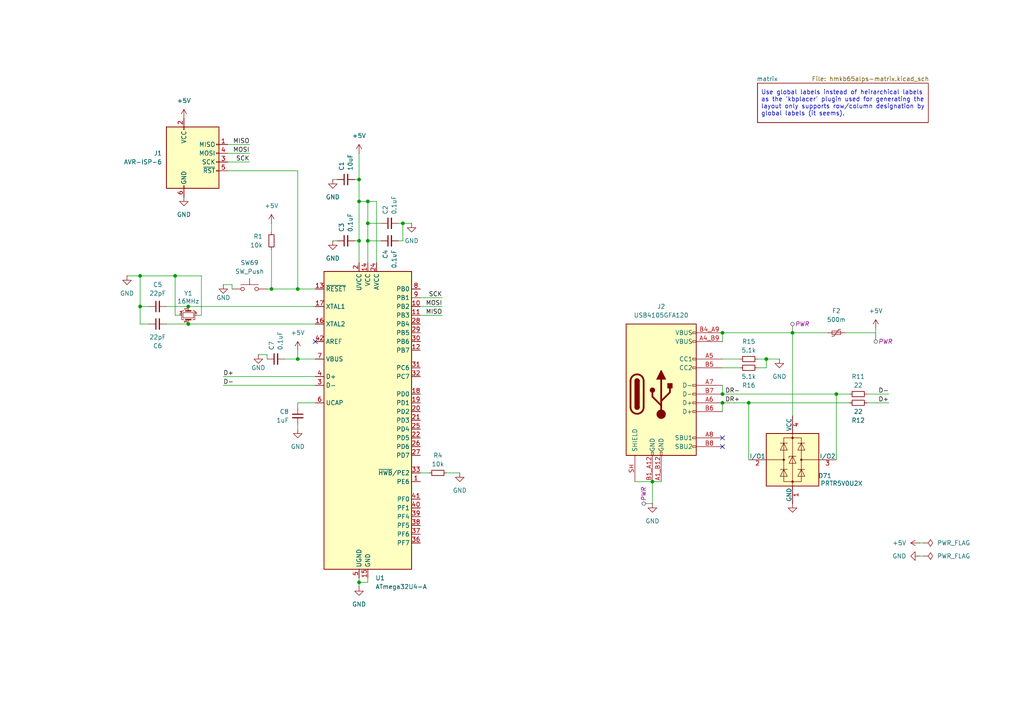
<source format=kicad_sch>
(kicad_sch (version 20231120) (generator "eeschema") (generator_version "8.0")
  (paper "A4")
  (lib_symbols
    (symbol "Connector:AVR-ISP-6" (pin_names (offset 1.016))
      (property "Reference" "J" (at -6.35 11.43 0))
      (property "Value" "AVR-ISP-6" (at 0 11.43 0))
      (symbol "AVR-ISP-6_0_1"
        (rectangle (start -2.667 -6.858) (end -2.413 -7.62))
        (rectangle (start -2.667 10.16) (end -2.413 9.398))
        (rectangle (start 7.62 -2.413) (end 6.858 -2.667))
        (rectangle (start 7.62 0.127) (end 6.858 -0.127))
        (rectangle (start 7.62 2.667) (end 6.858 2.413))
        (rectangle (start 7.62 5.207) (end 6.858 4.953))
        (rectangle (start 7.62 10.16) (end -7.62 -7.62) (stroke (width 0.254)) (fill (type background)))
      )
      (symbol "AVR-ISP-6_1_1"
        (pin passive line (at 10.16 5.08 180) (length 2.54) (name "MISO") (number "1"))
        (pin passive line (at -2.54 12.7 270) (length 2.54) (name "VCC") (number "2"))
        (pin passive line (at 10.16 0 180) (length 2.54) (name "SCK") (number "3"))
        (pin passive line (at 10.16 2.54 180) (length 2.54) (name "MOSI") (number "4"))
        (pin passive line (at 10.16 -2.54 180) (length 2.54) (name "~{RST}") (number "5"))
        (pin passive line (at -2.54 -10.16 90) (length 2.54) (name "GND") (number "6"))
      )
    )
    (symbol "Device:C_Small" (pin_numbers hide) (pin_names (offset 0.254) hide)
      (property "Reference" "C" (at 0.254 1.778 0))
      (property "Value" "C_Small" (at 0.254 -2.032 0))
      (symbol "C_Small_0_1"
        (polyline (pts (xy -1.524 -0.508) (xy 1.524 -0.508)) (stroke (width 0.3302)))
        (polyline (pts (xy -1.524 0.508) (xy 1.524 0.508)) (stroke (width 0.3048)))
      )
      (symbol "C_Small_1_1"
        (pin passive line (at 0 2.54 270) (length 2.032) (name "~") (number "1"))
        (pin passive line (at 0 -2.54 90) (length 2.032) (name "~") (number "2"))
      )
    )
    (symbol "Device:Crystal_GND24_Small" (pin_names (offset 1.016) hide)
      (property "Reference" "Y" (at 1.27 4.445 0))
      (property "Value" "Crystal_GND24_Small" (at 1.27 2.54 0))
      (symbol "Crystal_GND24_Small_0_1"
        (rectangle (start -0.762 -1.524) (end 0.762 1.524))
        (polyline (pts (xy -1.27 -0.762) (xy -1.27 0.762)) (stroke (width 0.381)))
        (polyline (pts (xy 1.27 -0.762) (xy 1.27 0.762)) (stroke (width 0.381)))
        (polyline (pts (xy -1.27 -1.27) (xy -1.27 -1.905) (xy 1.27 -1.905) (xy 1.27 -1.27)))
        (polyline (pts (xy -1.27 1.27) (xy -1.27 1.905) (xy 1.27 1.905) (xy 1.27 1.27)))
      )
      (symbol "Crystal_GND24_Small_1_1"
        (pin passive line (at -2.54 0 0) (length 1.27) (name "1") (number "1"))
        (pin passive line (at 0 -2.54 90) (length 0.635) (name "2") (number "2"))
        (pin passive line (at 2.54 0 180) (length 1.27) (name "3") (number "3"))
        (pin passive line (at 0 2.54 270) (length 0.635) (name "4") (number "4"))
      )
    )
    (symbol "Device:Polyfuse_Small" (pin_numbers hide) (pin_names (offset 0))
      (property "Reference" "F" (at -1.905 0 90))
      (property "Value" "Polyfuse_Small" (at 1.905 0 90))
      (symbol "Polyfuse_Small_0_1"
        (rectangle (start -0.508 1.27) (end 0.508 -1.27))
        (polyline (pts (xy 0 2.54) (xy 0 -2.54)))
        (polyline (pts (xy -1.016 1.27) (xy -1.016 0.762) (xy 1.016 -0.762) (xy 1.016 -1.27)))
      )
      (symbol "Polyfuse_Small_1_1"
        (pin passive line (at 0 2.54 270) (length 0.635) (name "~") (number "1"))
        (pin passive line (at 0 -2.54 90) (length 0.635) (name "~") (number "2"))
      )
    )
    (symbol "Device:R_Small" (pin_numbers hide) (pin_names (offset 0.254) hide)
      (property "Reference" "R" (at 0.762 0.508 0))
      (property "Value" "R_Small" (at 0.762 -1.016 0))
      (symbol "R_Small_0_1"
        (rectangle (start -0.762 1.778) (end 0.762 -1.778) (stroke (width 0.2032)))
      )
      (symbol "R_Small_1_1"
        (pin passive line (at 0 2.54 270) (length 0.762) (name "~") (number "1"))
        (pin passive line (at 0 -2.54 90) (length 0.762) (name "~") (number "2"))
      )
    )
    (symbol "MCU_Microchip_ATmega:ATmega32U4-A"
      (property "Reference" "U" (at -12.7 44.45 0))
      (property "Value" "ATmega32U4-A" (at 2.54 -44.45 0))
      (symbol "ATmega32U4-A_0_1"
        (rectangle (start -12.7 -43.18) (end 12.7 43.18) (stroke (width 0.254)) (fill (type background)))
      )
      (symbol "ATmega32U4-A_1_1"
        (pin bidirectional line (at 15.24 -17.78 180) (length 2.54) (name "PE6") (number "1"))
        (pin bidirectional line (at 15.24 33.02 180) (length 2.54) (name "PB2") (number "10"))
        (pin bidirectional line (at 15.24 30.48 180) (length 2.54) (name "PB3") (number "11"))
        (pin bidirectional line (at 15.24 20.32 180) (length 2.54) (name "PB7") (number "12"))
        (pin input line (at -15.24 38.1 0) (length 2.54) (name "~{RESET}") (number "13"))
        (pin power_in line (at 0 45.72 270) (length 2.54) (name "VCC") (number "14"))
        (pin power_in line (at 0 -45.72 90) (length 2.54) (name "GND") (number "15"))
        (pin output line (at -15.24 27.94 0) (length 2.54) (name "XTAL2") (number "16"))
        (pin input line (at -15.24 33.02 0) (length 2.54) (name "XTAL1") (number "17"))
        (pin bidirectional line (at 15.24 7.62 180) (length 2.54) (name "PD0") (number "18"))
        (pin bidirectional line (at 15.24 5.08 180) (length 2.54) (name "PD1") (number "19"))
        (pin power_in line (at -2.54 45.72 270) (length 2.54) (name "UVCC") (number "2"))
        (pin bidirectional line (at 15.24 2.54 180) (length 2.54) (name "PD2") (number "20"))
        (pin bidirectional line (at 15.24 0 180) (length 2.54) (name "PD3") (number "21"))
        (pin bidirectional line (at 15.24 -5.08 180) (length 2.54) (name "PD5") (number "22"))
        (pin passive line (at 0 -45.72 90) (length 2.54) hide (name "GND") (number "23"))
        (pin power_in line (at 2.54 45.72 270) (length 2.54) (name "AVCC") (number "24"))
        (pin bidirectional line (at 15.24 -2.54 180) (length 2.54) (name "PD4") (number "25"))
        (pin bidirectional line (at 15.24 -7.62 180) (length 2.54) (name "PD6") (number "26"))
        (pin bidirectional line (at 15.24 -10.16 180) (length 2.54) (name "PD7") (number "27"))
        (pin bidirectional line (at 15.24 27.94 180) (length 2.54) (name "PB4") (number "28"))
        (pin bidirectional line (at 15.24 25.4 180) (length 2.54) (name "PB5") (number "29"))
        (pin bidirectional line (at -15.24 10.16 0) (length 2.54) (name "D-") (number "3"))
        (pin bidirectional line (at 15.24 22.86 180) (length 2.54) (name "PB6") (number "30"))
        (pin bidirectional line (at 15.24 15.24 180) (length 2.54) (name "PC6") (number "31"))
        (pin bidirectional line (at 15.24 12.7 180) (length 2.54) (name "PC7") (number "32"))
        (pin bidirectional line (at 15.24 -15.24 180) (length 2.54) (name "~{HWB}/PE2") (number "33"))
        (pin passive line (at 0 45.72 270) (length 2.54) hide (name "VCC") (number "34"))
        (pin passive line (at 0 -45.72 90) (length 2.54) hide (name "GND") (number "35"))
        (pin bidirectional line (at 15.24 -35.56 180) (length 2.54) (name "PF7") (number "36"))
        (pin bidirectional line (at 15.24 -33.02 180) (length 2.54) (name "PF6") (number "37"))
        (pin bidirectional line (at 15.24 -30.48 180) (length 2.54) (name "PF5") (number "38"))
        (pin bidirectional line (at 15.24 -27.94 180) (length 2.54) (name "PF4") (number "39"))
        (pin bidirectional line (at -15.24 12.7 0) (length 2.54) (name "D+") (number "4"))
        (pin bidirectional line (at 15.24 -25.4 180) (length 2.54) (name "PF1") (number "40"))
        (pin bidirectional line (at 15.24 -22.86 180) (length 2.54) (name "PF0") (number "41"))
        (pin passive line (at -15.24 22.86 0) (length 2.54) (name "AREF") (number "42"))
        (pin passive line (at 0 -45.72 90) (length 2.54) hide (name "GND") (number "43"))
        (pin passive line (at 2.54 45.72 270) (length 2.54) hide (name "AVCC") (number "44"))
        (pin passive line (at -2.54 -45.72 90) (length 2.54) (name "UGND") (number "5"))
        (pin passive line (at -15.24 5.08 0) (length 2.54) (name "UCAP") (number "6"))
        (pin input line (at -15.24 17.78 0) (length 2.54) (name "VBUS") (number "7"))
        (pin bidirectional line (at 15.24 38.1 180) (length 2.54) (name "PB0") (number "8"))
        (pin bidirectional line (at 15.24 35.56 180) (length 2.54) (name "PB1") (number "9"))
      )
    )
    (symbol "Power_Protection:PRTR5V0U2X" (pin_names (offset 0))
      (property "Reference" "D" (at 2.794 8.636 0))
      (property "Value" "PRTR5V0U2X" (at 8.128 -9.398 0))
      (symbol "PRTR5V0U2X_0_1"
        (rectangle (start -7.62 -7.62) (end 7.62 7.62) (stroke (width 0.254)) (fill (type background)))
        (circle (center -2.54 0) (radius 0.254) (fill (type outline)))
        (rectangle (start -2.54 6.35) (end 2.54 -6.35))
        (circle (center 0 -6.35) (radius 0.254) (fill (type outline)))
        (polyline (pts (xy -2.54 0) (xy -7.62 0)))
        (polyline (pts (xy -1.524 -2.794) (xy -3.556 -2.794)))
        (polyline (pts (xy -1.524 4.826) (xy -3.556 4.826)))
        (polyline (pts (xy 0 -7.62) (xy 0 7.62)))
        (polyline (pts (xy 1.524 -2.794) (xy 3.556 -2.794)))
        (polyline (pts (xy 1.524 4.826) (xy 3.556 4.826)))
        (polyline (pts (xy 2.54 0) (xy 7.62 0)))
        (polyline (pts (xy 1.016 1.016) (xy -1.016 1.016) (xy -1.016 0.508)))
        (polyline (pts (xy -3.556 -4.826) (xy -1.524 -4.826) (xy -2.54 -2.794) (xy -3.556 -4.826)))
        (polyline (pts (xy -3.556 2.794) (xy -1.524 2.794) (xy -2.54 4.826) (xy -3.556 2.794)))
        (polyline (pts (xy -1.016 -1.016) (xy 1.016 -1.016) (xy 0 1.016) (xy -1.016 -1.016)))
        (polyline (pts (xy 3.556 -4.826) (xy 1.524 -4.826) (xy 2.54 -2.794) (xy 3.556 -4.826)))
        (polyline (pts (xy 3.556 2.794) (xy 1.524 2.794) (xy 2.54 4.826) (xy 3.556 2.794)))
        (circle (center 0 6.35) (radius 0.254) (fill (type outline)))
        (circle (center 2.54 0) (radius 0.254) (fill (type outline)))
      )
      (symbol "PRTR5V0U2X_1_1"
        (pin passive line (at 0 -12.7 90) (length 5.08) (name "GND") (number "1"))
        (pin passive line (at -12.7 0 0) (length 5.08) (name "I/O1") (number "2"))
        (pin passive line (at 12.7 0 180) (length 5.08) (name "I/O2") (number "3"))
        (pin passive line (at 0 12.7 270) (length 5.08) (name "VCC") (number "4"))
      )
    )
    (symbol "Switch:SW_Push" (pin_numbers hide) (pin_names (offset 1.016) hide)
      (property "Reference" "SW" (at 1.27 2.54 0))
      (property "Value" "SW_Push" (at 0 -1.524 0))
      (symbol "SW_Push_0_1"
        (circle (center -2.032 0) (radius 0.508))
        (polyline (pts (xy 0 1.27) (xy 0 3.048)))
        (polyline (pts (xy 2.54 1.27) (xy -2.54 1.27)))
        (circle (center 2.032 0) (radius 0.508))
        (pin passive line (at -5.08 0 0) (length 2.54) (name "1") (number "1"))
        (pin passive line (at 5.08 0 180) (length 2.54) (name "2") (number "2"))
      )
    )
    (symbol "kbd_custom:USB_C_Receptacle_USB2.0_16P" (pin_names (offset 1.016))
      (property "Reference" "J" (at 0 24.638 0))
      (property "Value" "USB4105GFA120" (at 0 22.098 0))
      (symbol "USB_C_Receptacle_USB2.0_16P_0_0"
        (rectangle (start -2.286 -17.78) (end -2.794 -16.764))
        (rectangle (start 0.254 -17.78) (end -0.254 -16.764))
        (rectangle (start 10.16 -14.986) (end 9.144 -15.494))
        (rectangle (start 10.16 -12.446) (end 9.144 -12.954))
        (rectangle (start 10.16 -4.826) (end 9.144 -5.334))
        (rectangle (start 10.16 -2.286) (end 9.144 -2.794))
        (rectangle (start 10.16 0.254) (end 9.144 -0.254))
        (rectangle (start 10.16 2.794) (end 9.144 2.286))
        (rectangle (start 10.16 7.874) (end 9.144 7.366))
        (rectangle (start 10.16 10.414) (end 9.144 9.906))
        (rectangle (start 10.16 15.494) (end 9.144 14.986))
        (rectangle (start 10.16 18.034) (end 9.144 17.526))
      )
      (symbol "USB_C_Receptacle_USB2.0_16P_0_1"
        (rectangle (start -10.16 20.32) (end 10.16 -17.78) (stroke (width 0.254)) (fill (type background)))
        (arc (start -8.89 -3.81) (mid -6.985 -5.7067) (end -5.08 -3.81) (stroke (width 0.508)))
        (arc (start -7.62 -3.81) (mid -6.985 -4.4423) (end -6.35 -3.81) (stroke (width 0.254)))
        (arc (start -7.62 -3.81) (mid -6.985 -4.4423) (end -6.35 -3.81) (stroke (width 0.254)) (fill (type outline)))
        (rectangle (start -7.62 -3.81) (end -6.35 3.81) (stroke (width 0.254)) (fill (type outline)))
        (arc (start -6.35 3.81) (mid -6.985 4.4423) (end -7.62 3.81) (stroke (width 0.254)))
        (arc (start -6.35 3.81) (mid -6.985 4.4423) (end -7.62 3.81) (stroke (width 0.254)) (fill (type outline)))
        (arc (start -5.08 3.81) (mid -6.985 5.7067) (end -8.89 3.81) (stroke (width 0.508)))
        (circle (center -2.54 1.143) (radius 0.635) (stroke (width 0.254)) (fill (type outline)))
        (circle (center 0 -5.842) (radius 1.27) (fill (type outline)))
        (polyline (pts (xy -8.89 -3.81) (xy -8.89 3.81)) (stroke (width 0.508)))
        (polyline (pts (xy -5.08 3.81) (xy -5.08 -3.81)) (stroke (width 0.508)))
        (polyline (pts (xy 0 -5.842) (xy 0 4.318)) (stroke (width 0.508)))
        (polyline (pts (xy 0 -3.302) (xy -2.54 -0.762) (xy -2.54 0.508)) (stroke (width 0.508)))
        (polyline (pts (xy 0 -2.032) (xy 2.54 0.508) (xy 2.54 1.778)) (stroke (width 0.508)))
        (polyline (pts (xy -1.27 4.318) (xy 0 6.858) (xy 1.27 4.318) (xy -1.27 4.318)) (stroke (width 0.254)) (fill (type outline)))
        (rectangle (start 1.905 1.778) (end 3.175 3.048) (stroke (width 0.254)) (fill (type outline)))
      )
      (symbol "USB_C_Receptacle_USB2.0_16P_1_1"
        (pin passive line (at 0 -25.4 90) (length 7.62) (name "GND") (number "A1_B12"))
        (pin passive line (at 17.78 15.24 180) (length 7.62) (name "VBUS") (number "A4_B9"))
        (pin bidirectional line (at 17.78 10.16 180) (length 7.62) (name "CC1") (number "A5"))
        (pin bidirectional line (at 17.78 -2.54 180) (length 7.62) (name "D+") (number "A6"))
        (pin bidirectional line (at 17.78 2.54 180) (length 7.62) (name "D-") (number "A7"))
        (pin bidirectional line (at 17.78 -12.7 180) (length 7.62) (name "SBU1") (number "A8"))
        (pin passive line (at -2.54 -25.4 90) (length 7.62) (name "GND") (number "B1_A12"))
        (pin passive line (at 17.78 17.78 180) (length 7.62) (name "VBUS") (number "B4_A9"))
        (pin bidirectional line (at 17.78 7.62 180) (length 7.62) (name "CC2") (number "B5"))
        (pin bidirectional line (at 17.78 -5.08 180) (length 7.62) (name "D+") (number "B6"))
        (pin bidirectional line (at 17.78 0 180) (length 7.62) (name "D-") (number "B7"))
        (pin bidirectional line (at 17.78 -15.24 180) (length 7.62) (name "SBU2") (number "B8"))
        (pin passive line (at -7.62 -25.4 90) (length 7.62) (name "SHIELD") (number "SH"))
      )
    )
    (symbol "power:+5V" (power) (pin_numbers hide) (pin_names (offset 0) hide)
      (property "Value" "+5V" (at 0 3.556 0))
      (symbol "+5V_0_1"
        (polyline (pts (xy -0.762 1.27) (xy 0 2.54)))
        (polyline (pts (xy 0 0) (xy 0 2.54)))
        (polyline (pts (xy 0 2.54) (xy 0.762 1.27)))
      )
      (symbol "+5V_1_1"
        (pin power_in line (at 0 0 90) (length 0) (name "~") (number "1"))
      )
    )
    (symbol "power:GND" (power) (pin_numbers hide) (pin_names (offset 0) hide)
      (property "Value" "GND" (at 0 -3.81 0))
      (symbol "GND_0_1"
        (polyline (pts (xy 0 0) (xy 0 -1.27) (xy 1.27 -1.27) (xy 0 -2.54) (xy -1.27 -1.27) (xy 0 -1.27)))
      )
      (symbol "GND_1_1"
        (pin power_in line (at 0 0 270) (length 0) (name "~") (number "1"))
      )
    )
    (symbol "power:PWR_FLAG" (power) (pin_numbers hide) (pin_names (offset 0) hide)
      (property "Value" "PWR_FLAG" (at 0 3.81 0))
      (symbol "PWR_FLAG_0_0"
        (pin power_out line (at 0 0 90) (length 0) (name "~") (number "1"))
      )
      (symbol "PWR_FLAG_0_1"
        (polyline (pts (xy 0 0) (xy 0 1.27) (xy -1.016 1.905) (xy 0 2.54) (xy 1.016 1.905) (xy 0 1.27)))
      )
    )
  )
  (junction (at 217.17 116.84))
  (junction (at 54.61 93.98))
  (junction (at 104.14 58.42))
  (junction (at 40.64 80.01))
  (junction (at 104.14 69.85))
  (junction (at 189.23 139.7))
  (junction (at 242.57 114.3))
  (junction (at 106.68 64.77))
  (junction (at 86.36 104.14))
  (junction (at 209.55 116.84))
  (junction (at 229.87 96.52))
  (junction (at 78.74 83.82))
  (junction (at 209.55 96.52))
  (junction (at 86.36 83.82))
  (junction (at 54.61 88.9))
  (junction (at 209.55 114.3))
  (junction (at 50.8 80.01))
  (junction (at 104.14 52.07))
  (junction (at 116.84 64.77))
  (junction (at 40.64 88.9))
  (junction (at 222.25 104.14))
  (junction (at 104.14 168.91))
  (junction (at 106.68 69.85))
  (junction (at 106.68 58.42))
  (no_connect (at 209.55 127))
  (no_connect (at 209.55 129.54))
  (no_connect (at 91.44 99.06))
  (wire (pts (xy 86.36 116.84) (xy 86.36 118.11)))
  (wire (pts (xy 209.55 116.84) (xy 217.17 116.84)))
  (wire (pts (xy 106.68 64.77) (xy 106.68 69.85)))
  (wire (pts (xy 209.55 114.3) (xy 242.57 114.3)))
  (wire (pts (xy 86.36 123.19) (xy 86.36 124.46)))
  (wire (pts (xy 184.15 139.7) (xy 189.23 139.7)))
  (wire (pts (xy 209.55 104.14) (xy 214.63 104.14)))
  (wire (pts (xy 74.93 102.87) (xy 77.47 102.87)))
  (wire (pts (xy 217.17 116.84) (xy 217.17 133.35)))
  (wire (pts (xy 217.17 116.84) (xy 246.38 116.84)))
  (wire (pts (xy 72.39 44.45) (xy 66.04 44.45)))
  (wire (pts (xy 116.84 64.77) (xy 116.84 69.85)))
  (wire (pts (xy 104.14 52.07) (xy 104.14 58.42)))
  (wire (pts (xy 229.87 96.52) (xy 240.03 96.52)))
  (wire (pts (xy 209.55 106.68) (xy 214.63 106.68)))
  (wire (pts (xy 104.14 69.85) (xy 104.14 76.2)))
  (wire (pts (xy 43.18 88.9) (xy 40.64 88.9)))
  (wire (pts (xy 40.64 93.98) (xy 40.64 88.9)))
  (wire (pts (xy 78.74 83.82) (xy 86.36 83.82)))
  (wire (pts (xy 64.77 111.76) (xy 91.44 111.76)))
  (wire (pts (xy 52.07 91.44) (xy 50.8 91.44)))
  (wire (pts (xy 106.68 58.42) (xy 104.14 58.42)))
  (wire (pts (xy 106.68 69.85) (xy 110.49 69.85)))
  (wire (pts (xy 222.25 106.68) (xy 219.71 106.68)))
  (wire (pts (xy 104.14 58.42) (xy 104.14 69.85)))
  (wire (pts (xy 78.74 83.82) (xy 77.47 83.82)))
  (wire (pts (xy 189.23 139.7) (xy 191.77 139.7)))
  (wire (pts (xy 40.64 88.9) (xy 40.64 80.01)))
  (wire (pts (xy 96.52 69.85) (xy 97.79 69.85)))
  (wire (pts (xy 266.7 157.48) (xy 267.97 157.48)))
  (wire (pts (xy 96.52 52.07) (xy 97.79 52.07)))
  (wire (pts (xy 128.27 88.9) (xy 121.92 88.9)))
  (wire (pts (xy 106.68 64.77) (xy 110.49 64.77)))
  (wire (pts (xy 129.54 137.16) (xy 133.35 137.16)))
  (wire (pts (xy 78.74 72.39) (xy 78.74 83.82)))
  (wire (pts (xy 72.39 46.99) (xy 66.04 46.99)))
  (wire (pts (xy 128.27 91.44) (xy 121.92 91.44)))
  (wire (pts (xy 106.68 168.91) (xy 104.14 168.91)))
  (wire (pts (xy 115.57 64.77) (xy 116.84 64.77)))
  (wire (pts (xy 106.68 58.42) (xy 106.68 64.77)))
  (wire (pts (xy 86.36 83.82) (xy 91.44 83.82)))
  (wire (pts (xy 50.8 80.01) (xy 58.42 80.01)))
  (wire (pts (xy 245.11 96.52) (xy 254 96.52)))
  (wire (pts (xy 222.25 104.14) (xy 222.25 106.68)))
  (wire (pts (xy 219.71 104.14) (xy 222.25 104.14)))
  (wire (pts (xy 82.55 104.14) (xy 86.36 104.14)))
  (wire (pts (xy 115.57 69.85) (xy 116.84 69.85)))
  (wire (pts (xy 54.61 93.98) (xy 91.44 93.98)))
  (wire (pts (xy 50.8 80.01) (xy 50.8 91.44)))
  (wire (pts (xy 106.68 167.64) (xy 106.68 168.91)))
  (wire (pts (xy 251.46 116.84) (xy 257.81 116.84)))
  (wire (pts (xy 209.55 116.84) (xy 209.55 119.38)))
  (wire (pts (xy 43.18 93.98) (xy 40.64 93.98)))
  (wire (pts (xy 128.27 86.36) (xy 121.92 86.36)))
  (wire (pts (xy 251.46 114.3) (xy 257.81 114.3)))
  (wire (pts (xy 222.25 104.14) (xy 226.06 104.14)))
  (wire (pts (xy 121.92 137.16) (xy 124.46 137.16)))
  (wire (pts (xy 242.57 114.3) (xy 242.57 133.35)))
  (wire (pts (xy 229.87 96.52) (xy 229.87 120.65)))
  (wire (pts (xy 189.23 139.7) (xy 189.23 146.05)))
  (wire (pts (xy 77.47 102.87) (xy 77.47 104.14)))
  (wire (pts (xy 266.7 161.29) (xy 267.97 161.29)))
  (wire (pts (xy 91.44 104.14) (xy 86.36 104.14)))
  (wire (pts (xy 106.68 69.85) (xy 106.68 76.2)))
  (wire (pts (xy 64.77 82.55) (xy 67.31 82.55)))
  (wire (pts (xy 67.31 82.55) (xy 67.31 83.82)))
  (wire (pts (xy 102.87 69.85) (xy 104.14 69.85)))
  (wire (pts (xy 104.14 168.91) (xy 104.14 167.64)))
  (wire (pts (xy 72.39 41.91) (xy 66.04 41.91)))
  (wire (pts (xy 66.04 49.53) (xy 86.36 49.53)))
  (wire (pts (xy 102.87 52.07) (xy 104.14 52.07)))
  (wire (pts (xy 78.74 64.77) (xy 78.74 67.31)))
  (wire (pts (xy 58.42 91.44) (xy 58.42 80.01)))
  (wire (pts (xy 242.57 114.3) (xy 246.38 114.3)))
  (wire (pts (xy 91.44 116.84) (xy 86.36 116.84)))
  (wire (pts (xy 48.26 88.9) (xy 54.61 88.9)))
  (wire (pts (xy 40.64 80.01) (xy 50.8 80.01)))
  (wire (pts (xy 209.55 96.52) (xy 209.55 99.06)))
  (wire (pts (xy 254 96.52) (xy 254 95.25)))
  (wire (pts (xy 54.61 88.9) (xy 91.44 88.9)))
  (wire (pts (xy 86.36 49.53) (xy 86.36 83.82)))
  (wire (pts (xy 86.36 101.6) (xy 86.36 104.14)))
  (wire (pts (xy 36.83 80.01) (xy 40.64 80.01)))
  (wire (pts (xy 48.26 93.98) (xy 54.61 93.98)))
  (wire (pts (xy 104.14 168.91) (xy 104.14 170.18)))
  (wire (pts (xy 209.55 111.76) (xy 209.55 114.3)))
  (wire (pts (xy 58.42 91.44) (xy 57.15 91.44)))
  (wire (pts (xy 104.14 44.45) (xy 104.14 52.07)))
  (wire (pts (xy 116.84 64.77) (xy 119.38 64.77)))
  (wire (pts (xy 109.22 76.2) (xy 109.22 58.42)))
  (wire (pts (xy 109.22 58.42) (xy 106.68 58.42)))
  (wire (pts (xy 64.77 109.22) (xy 91.44 109.22)))
  (wire (pts (xy 209.55 96.52) (xy 229.87 96.52)))
  (text "Use global labels instead of heirarchical labels\nas the 'kbplacer' plugin used for generating the \nlayout only supports row/column designation by \nglobal labels (it seems)." (at 220.726 26.162 0) (effects (font (size 1.27 1.27)) (justify left top)))
  (label "DR+" (at 214.63 116.84 180))
  (label "D+" (at 257.81 116.84 180))
  (label "SCK" (at 128.27 86.36 180))
  (label "D-" (at 64.77 111.76 0))
  (label "D+" (at 64.77 109.22 0))
  (label "MOSI" (at 72.39 44.45 180))
  (label "D-" (at 257.81 114.3 180))
  (label "MISO" (at 128.27 91.44 180))
  (label "SCK" (at 72.39 46.99 180))
  (label "MOSI" (at 128.27 88.9 180))
  (label "MISO" (at 72.39 41.91 180))
  (label "DR-" (at 214.63 114.3 180))
  (netclass_flag "" (length 2.54) (shape round) (at 229.87 96.52 0) (property "Netclass" "PWR" (at 230.5685 93.98 0) (effects (font (italic yes)) (justify left))))
  (netclass_flag "" (length 2.54) (shape round) (at 189.23 146.05 90) (property "Netclass" "PWR" (at 186.69 145.3515 90) (effects (font (italic yes)) (justify left))))
  (netclass_flag "" (length 2.54) (shape round) (at 254 96.52 180) (property "Netclass" "PWR" (at 254.6985 99.06 0) (effects (font (italic yes)) (justify left))))
  (symbol (lib_id "power:GND") (at 96.52 69.85 0) (unit 1)
    (property "Reference" "#PWR07" (effects (hide yes)))
    (property "Value" "GND" (at 96.52 74.93 0))
    (property "Description" "Power symbol creates a global label with name \"GND\" , ground" (effects (hide yes)))
  )
  (symbol (lib_id "power:PWR_FLAG") (at 267.97 157.48 270) (unit 1)
    (property "Reference" "#FLG01" (effects (hide yes)))
    (property "Value" "PWR_FLAG" (at 271.78 157.4799 90) (effects (justify left)))
    (property "Description" "Special symbol for telling ERC where power comes from" (effects (hide yes)))
  )
  (symbol (lib_id "power:GND") (at 226.06 104.14 0) (unit 1)
    (property "Reference" "#PWR022" (effects (hide yes)))
    (property "Value" "GND" (at 226.06 109.22 0))
    (property "Description" "Power symbol creates a global label with name \"GND\" , ground" (effects (hide yes)))
  )
  (symbol (lib_id "Device:Polyfuse_Small") (at 242.57 96.52 90) (unit 1)
    (property "Reference" "F2" (at 242.57 90.17 90))
    (property "Value" "500m" (at 242.57 92.71 90))
    (property "Footprint" "Fuse:Fuse_1206_3216Metric_Pad1.42x1.75mm_HandSolder" (effects (hide yes)))
    (property "Description" "Resettable fuse, polymeric positive temperature coefficient, small symbol" (effects (hide yes)))
  )
  (symbol (lib_id "power:GND") (at 96.52 52.07 0) (unit 1)
    (property "Reference" "#PWR03" (effects (hide yes)))
    (property "Value" "GND" (at 96.52 57.15 0))
    (property "Description" "Power symbol creates a global label with name \"GND\" , ground" (effects (hide yes)))
  )
  (symbol (lib_id "power:+5V") (at 104.14 44.45 0) (unit 1)
    (property "Reference" "#PWR02" (effects (hide yes)))
    (property "Value" "+5V" (at 104.14 39.37 0))
    (property "Description" "Power symbol creates a global label with name \"+5V\"" (effects (hide yes)))
  )
  (symbol (lib_id "Device:R_Small") (at 217.17 106.68 270) (unit 1)
    (property "Reference" "R16" (at 217.17 111.76 90))
    (property "Value" "5.1k" (at 217.17 109.22 90))
    (property "Footprint" "Resistor_SMD:R_0805_2012Metric_Pad1.20x1.40mm_HandSolder" (effects (hide yes)))
    (property "Description" "Resistor, small symbol" (effects (hide yes)))
  )
  (symbol (lib_id "power:+5V") (at 254 95.25 0) (unit 1)
    (property "Reference" "#PWR020" (effects (hide yes)))
    (property "Value" "+5V" (at 254 90.17 0))
    (property "Description" "Power symbol creates a global label with name \"+5V\"" (effects (hide yes)))
  )
  (symbol (lib_id "Device:C_Small") (at 100.33 69.85 90) (mirror x) (unit 1)
    (property "Reference" "C3" (at 99.0662 67.31 0) (effects (justify right)))
    (property "Value" "0.1uF" (at 101.6062 67.31 0) (effects (justify right)))
    (property "Footprint" "Capacitor_SMD:C_0805_2012Metric_Pad1.18x1.45mm_HandSolder" (effects (hide yes)))
    (property "Description" "Unpolarized capacitor, small symbol" (effects (hide yes)))
  )
  (symbol (lib_id "power:GND") (at 104.14 170.18 0) (unit 1)
    (property "Reference" "#PWR018" (effects (hide yes)))
    (property "Value" "GND" (at 104.14 175.26 0))
    (property "Description" "Power symbol creates a global label with name \"GND\" , ground" (effects (hide yes)))
  )
  (symbol (lib_id "power:+5V") (at 78.74 64.77 0) (unit 1)
    (property "Reference" "#PWR05" (effects (hide yes)))
    (property "Value" "+5V" (at 78.74 59.69 0))
    (property "Description" "Power symbol creates a global label with name \"+5V\"" (effects (hide yes)))
  )
  (symbol (lib_id "power:PWR_FLAG") (at 267.97 161.29 270) (unit 1)
    (property "Reference" "#FLG02" (effects (hide yes)))
    (property "Value" "PWR_FLAG" (at 271.78 161.2899 90) (effects (justify left)))
    (property "Description" "Special symbol for telling ERC where power comes from" (effects (hide yes)))
  )
  (symbol (lib_id "power:GND") (at 53.34 57.15 0) (unit 1)
    (property "Reference" "#PWR04" (effects (hide yes)))
    (property "Value" "GND" (at 53.34 62.23 0))
    (property "Description" "Power symbol creates a global label with name \"GND\" , ground" (effects (hide yes)))
  )
  (symbol (lib_id "power:GND") (at 189.23 146.05 0) (unit 1)
    (property "Reference" "#PWR019" (effects (hide yes)))
    (property "Value" "GND" (at 189.23 151.13 0))
    (property "Description" "Power symbol creates a global label with name \"GND\" , ground" (effects (hide yes)))
  )
  (symbol (lib_id "Device:C_Small") (at 113.03 64.77 90) (mirror x) (unit 1)
    (property "Reference" "C2" (at 111.7662 62.23 0) (effects (justify right)))
    (property "Value" "0.1uF" (at 114.3062 62.23 0) (effects (justify right)))
    (property "Footprint" "Capacitor_SMD:C_0805_2012Metric_Pad1.18x1.45mm_HandSolder" (effects (hide yes)))
    (property "Description" "Unpolarized capacitor, small symbol" (effects (hide yes)))
  )
  (symbol (lib_id "power:GND") (at 86.36 124.46 0) (unit 1)
    (property "Reference" "#PWR013" (effects (hide yes)))
    (property "Value" "GND" (at 86.36 129.54 0))
    (property "Description" "Power symbol creates a global label with name \"GND\" , ground" (effects (hide yes)))
  )
  (symbol (lib_id "Device:C_Small") (at 113.03 69.85 90) (unit 1)
    (property "Reference" "C4" (at 111.7662 72.39 0) (effects (justify right)))
    (property "Value" "0.1uF" (at 114.3062 72.39 0) (effects (justify right)))
    (property "Footprint" "Capacitor_SMD:C_0805_2012Metric_Pad1.18x1.45mm_HandSolder" (effects (hide yes)))
    (property "Description" "Unpolarized capacitor, small symbol" (effects (hide yes)))
  )
  (symbol (lib_id "Device:C_Small") (at 86.36 120.65 0) (unit 1)
    (property "Reference" "C8" (at 83.82 119.3862 0) (effects (justify right)))
    (property "Value" "1uF" (at 83.82 121.9262 0) (effects (justify right)))
    (property "Footprint" "Capacitor_SMD:C_0805_2012Metric_Pad1.18x1.45mm_HandSolder" (effects (hide yes)))
    (property "Description" "Unpolarized capacitor, small symbol" (effects (hide yes)))
  )
  (symbol (lib_id "Device:R_Small") (at 248.92 116.84 270) (unit 1)
    (property "Reference" "R12" (at 248.92 121.92 90))
    (property "Value" "22" (at 248.92 119.38 90))
    (property "Footprint" "Resistor_SMD:R_0805_2012Metric_Pad1.20x1.40mm_HandSolder" (effects (hide yes)))
    (property "Description" "Resistor, small symbol" (effects (hide yes)))
  )
  (symbol (lib_id "Device:C_Small") (at 45.72 88.9 90) (unit 1)
    (property "Reference" "C5" (at 45.7263 82.55 90))
    (property "Value" "22pF" (at 45.7263 85.09 90))
    (property "Footprint" "Capacitor_SMD:C_0805_2012Metric_Pad1.18x1.45mm_HandSolder" (effects (hide yes)))
    (property "Description" "Unpolarized capacitor, small symbol" (effects (hide yes)))
  )
  (symbol (lib_id "Device:R_Small") (at 127 137.16 90) (unit 1)
    (property "Reference" "R4" (at 127 132.08 90))
    (property "Value" "10k" (at 127 134.62 90))
    (property "Footprint" "Resistor_SMD:R_0805_2012Metric_Pad1.20x1.40mm_HandSolder" (effects (hide yes)))
    (property "Description" "Resistor, small symbol" (effects (hide yes)))
  )
  (symbol (lib_id "power:+5V") (at 86.36 101.6 0) (unit 1)
    (property "Reference" "#PWR010" (effects (hide yes)))
    (property "Value" "+5V" (at 86.36 96.52 0))
    (property "Description" "Power symbol creates a global label with name \"+5V\"" (effects (hide yes)))
  )
  (symbol (lib_id "power:GND") (at 133.35 137.16 0) (unit 1)
    (property "Reference" "#PWR014" (effects (hide yes)))
    (property "Value" "GND" (at 133.35 142.24 0))
    (property "Description" "Power symbol creates a global label with name \"GND\" , ground" (effects (hide yes)))
  )
  (symbol (lib_id "kbd_custom:USB_C_Receptacle_USB2.0_16P") (at 191.77 114.3 0) (unit 1)
    (property "Reference" "J2" (at 191.77 88.9 0))
    (property "Value" "USB4105GFA120" (at 191.77 91.44 0))
    (property "Footprint" "kbd_custom:GCT_USB4105GFA120" (effects (hide yes)))
    (property "Datasheet" "${KIPRJMOD}/../lib/datasheets/usb4105.pdf" (effects (hide yes)))
    (property "Description" "USB 2.0-only 16P Type-C Receptacle connector" (effects (hide yes)))
  )
  (symbol (lib_id "power:GND") (at 36.83 80.01 0) (unit 1)
    (property "Reference" "#PWR08" (effects (hide yes)))
    (property "Value" "GND" (at 36.83 85.09 0))
    (property "Description" "Power symbol creates a global label with name \"GND\" , ground" (effects (hide yes)))
  )
  (symbol (lib_id "power:GND") (at 119.38 64.77 0) (unit 1)
    (property "Reference" "#PWR06" (effects (hide yes)))
    (property "Value" "GND" (at 119.38 69.85 0))
    (property "Description" "Power symbol creates a global label with name \"GND\" , ground" (effects (hide yes)))
  )
  (symbol (lib_id "MCU_Microchip_ATmega:ATmega32U4-A") (at 106.68 121.92 0) (unit 1)
    (property "Reference" "U1" (at 108.8741 167.64 0) (effects (justify left)))
    (property "Value" "ATmega32U4-A" (at 108.8741 170.18 0) (effects (justify left)))
    (property "Footprint" "Package_QFP:TQFP-44_10x10mm_P0.8mm" (effects (hide yes)))
    (property "Datasheet" "http://ww1.microchip.com/downloads/en/DeviceDoc/Atmel-7766-8-bit-AVR-ATmega16U4-32U4_Datasheet.pdf" (effects (hide yes)))
    (property "Description" "16MHz, 32kB Flash, 2.5kB SRAM, 1kB EEPROM, USB 2.0, TQFP-44" (effects (hide yes)))
  )
  (symbol (lib_id "Switch:SW_Push") (at 72.39 83.82 0) (unit 1)
    (property "Reference" "SW69" (at 72.39 76.2 0))
    (property "Value" "SW_Push" (at 72.39 78.74 0))
    (property "Footprint" "Button_Switch_SMD:SW_SPST_SKQG_WithStem" (effects (hide yes)))
    (property "Description" "Push button switch, generic, two pins" (effects (hide yes)))
  )
  (symbol (lib_id "Device:C_Small") (at 80.01 104.14 90) (mirror x) (unit 1)
    (property "Reference" "C7" (at 78.7462 101.6 0) (effects (justify right)))
    (property "Value" "0.1uF" (at 81.2862 101.6 0) (effects (justify right)))
    (property "Footprint" "Capacitor_SMD:C_0805_2012Metric_Pad1.18x1.45mm_HandSolder" (effects (hide yes)))
    (property "Description" "Unpolarized capacitor, small symbol" (effects (hide yes)))
  )
  (symbol (lib_id "power:GND") (at 229.87 146.05 0) (unit 1)
    (property "Reference" "#PWR023" (effects (hide yes)))
    (property "Value" "GND" (effects (hide yes)))
    (property "Description" "Power symbol creates a global label with name \"GND\" , ground" (effects (hide yes)))
  )
  (symbol (lib_id "power:GND") (at 64.77 82.55 0) (unit 1)
    (property "Reference" "#PWR09" (effects (hide yes)))
    (property "Value" "GND" (at 64.77 86.36 0))
    (property "Description" "Power symbol creates a global label with name \"GND\" , ground" (effects (hide yes)))
  )
  (symbol (lib_id "Device:Crystal_GND24_Small") (at 54.61 91.44 270) (unit 1)
    (property "Reference" "Y1" (at 54.61 85.09 90))
    (property "Value" "16MHz" (at 54.61 87.376 90))
    (property "Footprint" "Crystal:Crystal_SMD_3225-4Pin_3.2x2.5mm_HandSoldering" (effects (hide yes)))
    (property "Description" "Four pin crystal, GND on pins 2 and 4, small symbol" (effects (hide yes)))
  )
  (symbol (lib_id "Device:C_Small") (at 100.33 52.07 90) (mirror x) (unit 1)
    (property "Reference" "C1" (at 99.0662 49.53 0) (effects (justify right)))
    (property "Value" "10uF" (at 101.6062 49.53 0) (effects (justify right)))
    (property "Footprint" "Capacitor_SMD:C_0805_2012Metric_Pad1.18x1.45mm_HandSolder" (effects (hide yes)))
    (property "Description" "Unpolarized capacitor, small symbol" (effects (hide yes)))
  )
  (symbol (lib_id "Connector:AVR-ISP-6") (at 55.88 46.99 0) (unit 1)
    (property "Reference" "J1" (at 46.99 44.4499 0) (effects (justify right)))
    (property "Value" "AVR-ISP-6" (at 46.99 46.9899 0) (effects (justify right)))
    (property "Footprint" "Connector_IDC:IDC-Header_2x03_P2.54mm_Vertical" (effects (hide yes)))
    (property "Datasheet" " ~" (effects (hide yes)))
    (property "Description" "Atmel 6-pin ISP connector" (effects (hide yes)))
  )
  (symbol (lib_id "power:+5V") (at 266.7 157.48 90) (unit 1)
    (property "Reference" "#PWR016" (effects (hide yes)))
    (property "Value" "+5V" (at 262.89 157.4799 90) (effects (justify left)))
    (property "Description" "Power symbol creates a global label with name \"+5V\"" (effects (hide yes)))
  )
  (symbol (lib_id "Device:R_Small") (at 217.17 104.14 270) (mirror x) (unit 1)
    (property "Reference" "R15" (at 217.17 99.06 90))
    (property "Value" "5.1k" (at 217.17 101.6 90))
    (property "Footprint" "Resistor_SMD:R_0805_2012Metric_Pad1.20x1.40mm_HandSolder" (effects (hide yes)))
    (property "Description" "Resistor, small symbol" (effects (hide yes)))
  )
  (symbol (lib_id "power:GND") (at 266.7 161.29 270) (unit 1)
    (property "Reference" "#PWR017" (effects (hide yes)))
    (property "Value" "GND" (at 262.89 161.2899 90) (effects (justify right)))
    (property "Description" "Power symbol creates a global label with name \"GND\" , ground" (effects (hide yes)))
  )
  (symbol (lib_id "Device:R_Small") (at 248.92 114.3 270) (mirror x) (unit 1)
    (property "Reference" "R11" (at 248.92 109.22 90))
    (property "Value" "22" (at 248.92 111.76 90))
    (property "Footprint" "Resistor_SMD:R_0805_2012Metric_Pad1.20x1.40mm_HandSolder" (effects (hide yes)))
    (property "Description" "Resistor, small symbol" (effects (hide yes)))
  )
  (symbol (lib_id "power:GND") (at 74.93 102.87 0) (unit 1)
    (property "Reference" "#PWR011" (effects (hide yes)))
    (property "Value" "GND" (at 74.93 106.68 0))
    (property "Description" "Power symbol creates a global label with name \"GND\" , ground" (effects (hide yes)))
  )
  (symbol (lib_id "Power_Protection:PRTR5V0U2X") (at 229.87 133.35 0) (unit 1)
    (property "Reference" "D71" (at 239.268 137.9922 0))
    (property "Value" "PRTR5V0U2X" (at 244.094 140.208 0))
    (property "Footprint" "Package_TO_SOT_SMD:SOT-143" (effects (hide yes)))
    (property "Datasheet" "https://assets.nexperia.com/documents/data-sheet/PRTR5V0U2X.pdf" (effects (hide yes)))
    (property "Description" "Ultra low capacitance double rail-to-rail ESD protection diode, SOT-143" (effects (hide yes)))
  )
  (symbol (lib_id "power:+5V") (at 53.34 34.29 0) (unit 1)
    (property "Reference" "#PWR01" (effects (hide yes)))
    (property "Value" "+5V" (at 53.34 29.21 0))
    (property "Description" "Power symbol creates a global label with name \"+5V\"" (effects (hide yes)))
  )
  (symbol (lib_id "Device:R_Small") (at 78.74 69.85 0) (mirror y) (unit 1)
    (property "Reference" "R1" (at 76.2 68.5799 0) (effects (justify left)))
    (property "Value" "10k" (at 76.2 71.1199 0) (effects (justify left)))
    (property "Footprint" "Resistor_SMD:R_0805_2012Metric_Pad1.20x1.40mm_HandSolder" (effects (hide yes)))
    (property "Description" "Resistor, small symbol" (effects (hide yes)))
  )
  (symbol (lib_id "Device:C_Small") (at 45.72 93.98 90) (mirror x) (unit 1)
    (property "Reference" "C6" (at 45.7263 100.33 90))
    (property "Value" "22pF" (at 45.7263 97.79 90))
    (property "Footprint" "Capacitor_SMD:C_0805_2012Metric_Pad1.18x1.45mm_HandSolder" (effects (hide yes)))
    (property "Description" "Unpolarized capacitor, small symbol" (effects (hide yes)))
  )
  (sheet (at 219.71 24.13) (size 49.53 11.43) (stroke (width 0.1524))
    (property "Sheetname" "matrix" (at 219.456 23.622 0) (effects (justify left bottom)))
    (property "Sheetfile" "hmkb65alps-matrix.kicad_sch" (at 269.494 23.622 0) (effects (justify right bottom)))
  )
)
</source>
